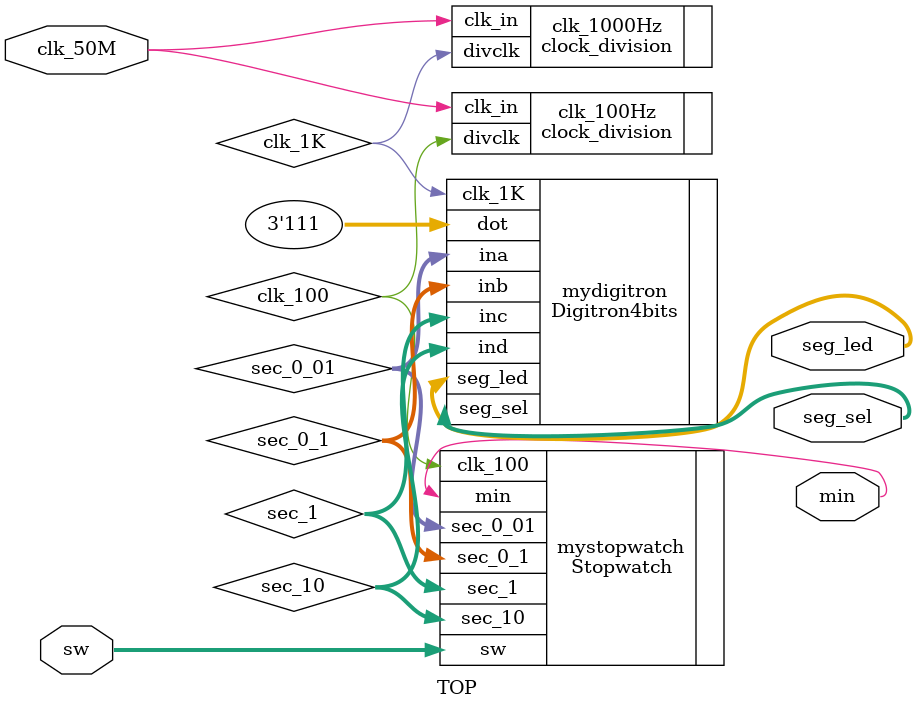
<source format=v>
module TOP(clk_50M,seg_sel,seg_led,sw,min);
    input clk_50M;
	input [1:0] sw;    
    output min;
    output [3:0] seg_sel;
    output [7:0] seg_led;

    //50M/50K = 1K
    parameter DIVCLK_CNTMAX_1000 = 24999;
    wire clk_1K;
   //50M/500K = 100
    parameter DIVCLK_CNTMAX_100 = 249999;
    wire clk_100;    

    //例化时钟分频模块1
    clock_division #(
        .DIVCLK_CNTMAX(DIVCLK_CNTMAX_1000)
    )
    clk_1000Hz(
        .clk_in(clk_50M),
        .divclk(clk_1K)
    );        
    //例化时钟分频模块2
    clock_division #(
        .DIVCLK_CNTMAX(DIVCLK_CNTMAX_100)
    )
    clk_100Hz(
        .clk_in(clk_50M),
        .divclk(clk_100)
    );              
    //例化秒表计数模块              
    wire min;
    wire[3:0] sec_0_01,sec_0_1,sec_1,sec_10;   
    Stopwatch mystopwatch    
    (    
     .clk_100(clk_100),    
     .sw(sw),     
     .sec_0_01(sec_0_01),     
     .sec_0_1(sec_0_1),     
     .sec_1(sec_1),     
     .sec_10(sec_10),     
     .min(min)     
      );    
  //例化数码管显示模块 
  Digitron4bits mydigitron    // 用digitron4bits类型的程序，创建一个名为mydigitron的实例   
   (.clk_1K(clk_1K),  
    .ina(sec_0_01),   
	.inb(sec_0_1),   
	.inc(sec_1),	
	.ind(sec_10),	
	.dot(3'b111),
	.seg_sel(seg_sel),
	.seg_led(seg_led));  
endmodule
</source>
